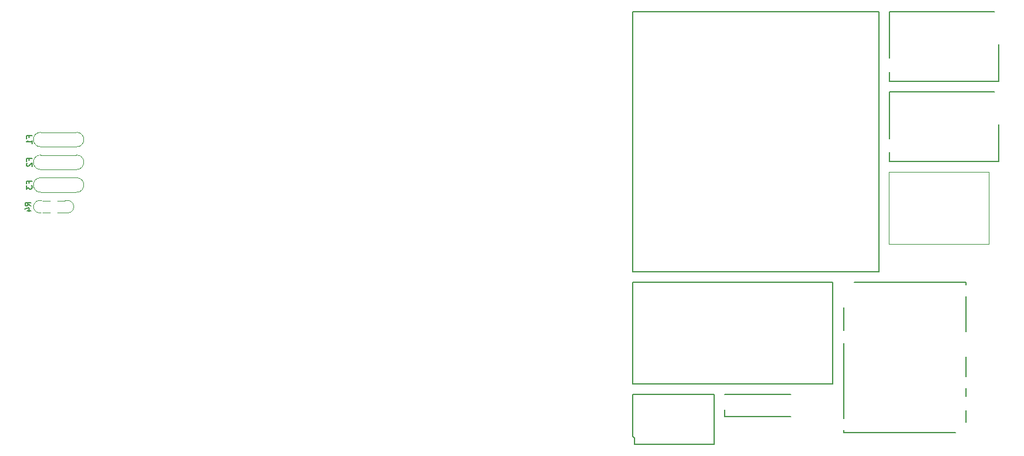
<source format=gbo>
G04 #@! TF.GenerationSoftware,KiCad,Pcbnew,8.0.9-8.0.9-0~ubuntu24.04.1*
G04 #@! TF.CreationDate,2025-12-21T15:13:14+00:00*
G04 #@! TF.ProjectId,greenenergyecu,67726565-6e65-46e6-9572-67796563752e,d*
G04 #@! TF.SameCoordinates,PX2ab9800PY68e7780*
G04 #@! TF.FileFunction,Legend,Bot*
G04 #@! TF.FilePolarity,Positive*
%FSLAX46Y46*%
G04 Gerber Fmt 4.6, Leading zero omitted, Abs format (unit mm)*
G04 Created by KiCad (PCBNEW 8.0.9-8.0.9-0~ubuntu24.04.1) date 2025-12-21 15:13:14*
%MOMM*%
%LPD*%
G01*
G04 APERTURE LIST*
%ADD10C,0.127000*%
%ADD11C,0.200000*%
%ADD12C,0.120000*%
%ADD13C,0.100000*%
%ADD14C,0.099060*%
G04 APERTURE END LIST*
D10*
X25686768Y63177733D02*
X25686768Y63431733D01*
X26085911Y63431733D02*
X25323911Y63431733D01*
X25323911Y63431733D02*
X25323911Y63068876D01*
X25396483Y62814876D02*
X25360197Y62778590D01*
X25360197Y62778590D02*
X25323911Y62706018D01*
X25323911Y62706018D02*
X25323911Y62524590D01*
X25323911Y62524590D02*
X25360197Y62452018D01*
X25360197Y62452018D02*
X25396483Y62415733D01*
X25396483Y62415733D02*
X25469054Y62379447D01*
X25469054Y62379447D02*
X25541626Y62379447D01*
X25541626Y62379447D02*
X25650483Y62415733D01*
X25650483Y62415733D02*
X26085911Y62851161D01*
X26085911Y62851161D02*
X26085911Y62379447D01*
X25686768Y66297733D02*
X25686768Y66551733D01*
X26085911Y66551733D02*
X25323911Y66551733D01*
X25323911Y66551733D02*
X25323911Y66188876D01*
X26085911Y65499447D02*
X26085911Y65934876D01*
X26085911Y65717161D02*
X25323911Y65717161D01*
X25323911Y65717161D02*
X25432768Y65789733D01*
X25432768Y65789733D02*
X25505340Y65862304D01*
X25505340Y65862304D02*
X25541626Y65934876D01*
X25686768Y60057733D02*
X25686768Y60311733D01*
X26085911Y60311733D02*
X25323911Y60311733D01*
X25323911Y60311733D02*
X25323911Y59948876D01*
X25323911Y59731161D02*
X25323911Y59259447D01*
X25323911Y59259447D02*
X25614197Y59513447D01*
X25614197Y59513447D02*
X25614197Y59404590D01*
X25614197Y59404590D02*
X25650483Y59332018D01*
X25650483Y59332018D02*
X25686768Y59295733D01*
X25686768Y59295733D02*
X25759340Y59259447D01*
X25759340Y59259447D02*
X25940768Y59259447D01*
X25940768Y59259447D02*
X26013340Y59295733D01*
X26013340Y59295733D02*
X26049626Y59332018D01*
X26049626Y59332018D02*
X26085911Y59404590D01*
X26085911Y59404590D02*
X26085911Y59622304D01*
X26085911Y59622304D02*
X26049626Y59694876D01*
X26049626Y59694876D02*
X26013340Y59731161D01*
X25906302Y56945342D02*
X25543445Y57199342D01*
X25906302Y57380771D02*
X25144302Y57380771D01*
X25144302Y57380771D02*
X25144302Y57090485D01*
X25144302Y57090485D02*
X25180588Y57017914D01*
X25180588Y57017914D02*
X25216874Y56981628D01*
X25216874Y56981628D02*
X25289445Y56945342D01*
X25289445Y56945342D02*
X25398302Y56945342D01*
X25398302Y56945342D02*
X25470874Y56981628D01*
X25470874Y56981628D02*
X25507159Y57017914D01*
X25507159Y57017914D02*
X25543445Y57090485D01*
X25543445Y57090485D02*
X25543445Y57380771D01*
X25398302Y56292199D02*
X25906302Y56292199D01*
X25108017Y56473628D02*
X25652302Y56655057D01*
X25652302Y56655057D02*
X25652302Y56183342D01*
D11*
G04 #@! TO.C,M7*
X108450000Y31011153D02*
X119625000Y31050000D01*
X108450000Y25313331D02*
X108450000Y31011153D01*
X108450000Y25313331D02*
X108725004Y25038325D01*
X108725004Y24213326D02*
X108725004Y25038325D01*
X108725004Y24213326D02*
X108781206Y24163326D01*
X108781206Y24163326D02*
X119625000Y24163326D01*
X119625000Y24157123D02*
X119625000Y31050000D01*
D12*
G04 #@! TO.C,F2*
X32140000Y63923733D02*
X27290000Y63923733D01*
X32140000Y61923733D02*
X27290000Y61923733D01*
X27290000Y61923733D02*
G75*
G02*
X27290000Y63923733I0J1000000D01*
G01*
X32190000Y63923733D02*
G75*
G02*
X32190000Y61923733I0J-1000000D01*
G01*
G04 #@! TO.C,F1*
X32140000Y67043733D02*
X27290000Y67043733D01*
X32140000Y65043733D02*
X27290000Y65043733D01*
X27290000Y65043733D02*
G75*
G02*
X27290000Y67043733I0J1000000D01*
G01*
X32190000Y67043733D02*
G75*
G02*
X32190000Y65043733I0J-1000000D01*
G01*
G04 #@! TO.C,M5*
D11*
X135950003Y46400000D02*
X108450003Y46400000D01*
X108450003Y32500000D01*
X135950003Y32500000D01*
X135950003Y46400000D01*
G04 #@! TO.C,M3*
X143700003Y83650000D02*
X143700003Y77250000D01*
X143700003Y74050000D02*
X143700003Y75350000D01*
X143700003Y74050000D02*
X158700003Y74050000D01*
X158100003Y83650000D02*
X143700003Y83650000D01*
X158700003Y74050000D02*
X158700003Y79150000D01*
G04 #@! TO.C,M8*
D13*
X157350003Y61600000D02*
X143650003Y61600000D01*
X143650003Y51700000D01*
X157350003Y51700000D01*
X157350003Y61600000D01*
D11*
G04 #@! TO.C,M6*
X108450003Y83649980D02*
X142250013Y83649980D01*
X108450003Y47849990D02*
X108450003Y83649980D01*
X108450003Y47849990D02*
X142250013Y47849990D01*
X142250013Y47849990D02*
X142250013Y83649980D01*
D12*
G04 #@! TO.C,F3*
X32140000Y60803733D02*
X27290000Y60803733D01*
X32140000Y58803733D02*
X27290000Y58803733D01*
X27290000Y58803733D02*
G75*
G02*
X27290000Y60803733I0J1000000D01*
G01*
X32190000Y60803733D02*
G75*
G02*
X32190000Y58803733I0J-1000000D01*
G01*
D11*
G04 #@! TO.C,M4*
X143700003Y72600000D02*
X143700003Y66200000D01*
X143700003Y63000000D02*
X143700003Y64300000D01*
X143700003Y63000000D02*
X158700003Y63000000D01*
X158100003Y72600000D02*
X143700003Y72600000D01*
X158700003Y63000000D02*
X158700003Y68100000D01*
D14*
G04 #@! TO.C,R4*
X27536391Y56018342D02*
X28552391Y56018342D01*
X28552391Y57618342D02*
X27536391Y57618342D01*
X29568391Y56018342D02*
X30584391Y56018342D01*
X30584391Y57618342D02*
X29568391Y57618342D01*
D12*
X27481391Y56016704D02*
G75*
G02*
X27485391Y57618342I-326000J801638D01*
G01*
X30635391Y57618342D02*
G75*
G02*
X30643993Y56014847I330000J-800000D01*
G01*
D11*
G04 #@! TO.C,M2*
X121070003Y31050000D02*
X130170003Y31050000D01*
X121070003Y27949997D02*
X121070003Y28949999D01*
X121070003Y27949997D02*
X130170003Y27949997D01*
G04 #@! TO.C,M1*
X137400003Y39799998D02*
X137400003Y43000001D01*
X137400003Y27699998D02*
X137400003Y38100000D01*
X137400003Y25799998D02*
X137400003Y26099998D01*
X137400003Y25799998D02*
X152800003Y25799998D01*
X138900003Y46399996D02*
X154200002Y46399998D01*
X154200000Y39700000D02*
X154200000Y44500000D01*
X154200000Y33499998D02*
X154200000Y36199998D01*
X154200000Y30800000D02*
X154200000Y31900003D01*
X154200000Y27249998D02*
X154200005Y28799998D01*
X154200002Y46100000D02*
X154200002Y46399998D01*
G04 #@! TD*
M02*

</source>
